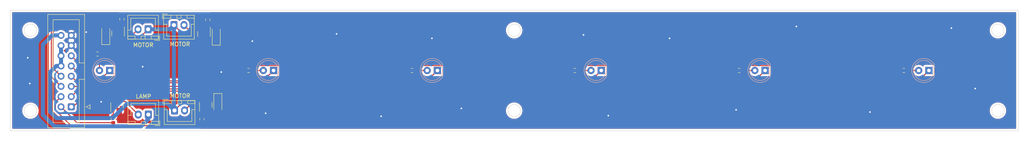
<source format=kicad_pcb>
(kicad_pcb (version 20221018) (generator pcbnew)
  (layers (0 "F.Cu" signal) (31 "B.Cu" signal) (34 "B.Paste" user) (35 "F.Paste" user) (36 "B.SilkS" user "B.Silkscreen") (37 "F.SilkS" user "F.Silkscreen") (38 "B.Mask" user) (39 "F.Mask" user) (44 "Edge.Cuts" user))
  (net 0 "")
  (net 1 "+5V")
  (net 2 "GND")
  (net 3 "Net-(D1-A)")
  (net 4 "Net-(D2-A)")
  (net 5 "Net-(D3-A)")
  (net 6 "Net-(D4-A)")
  (net 7 "Net-(D5-A)")
  (net 8 "Net-(D6-A)")
  (net 9 "Net-(D7-A)")
  (net 10 "Net-(D8-A)")
  (net 11 "Net-(D9-A)")
  (net 12 "+12V")
  (net 13 "Net-(J4-Pin_2)")
  (net 14 "D1")
  (net 15 "LAMP")
  (net 16 "D2")
  (net 17 "M1")
  (net 18 "D3")
  (net 19 "M2")
  (net 20 "D4")
  (net 21 "M3")
  (net 22 "D5")
  (net 23 "D6")
  (net 24 "Net-(Q1-G)")
  (net 25 "Net-(Q2-G)")
  (net 26 "Net-(Q3-G)")
  (net 27 "Net-(Q4-G)")
  (footprint "Resistor_SMD:R_0603_1608Metric" (layer "F.Cu") (at 221.65 15)
    (fp_text reference "R1" hide)
    (fp_text value "1k")
    (fp_line (start -0.237258 -0.5225) (end 0.237258 -0.5225) (stroke (width 0.12)) (layer "F.SilkS"))
    (fp_line (start -0.237258 0.5225) (end 0.237258 0.5225) (stroke (width 0.12)) (layer "F.SilkS"))
    (pad "1" smd roundrect (at -0.825 0) (size 0.8 0.95) (layers "F.Cu" "F.Paste" "F.Mask") (net 1 "+5V"))
    (pad "2" smd roundrect (at 0.825 0) (size 0.8 0.95) (layers "F.Cu" "F.Paste" "F.Mask") (net 3 "Net-(D1-A)"))
  )
  (footprint "Connector_JST:JST_XH_B2B-XH-A_1x02_P2.50mm_Vertical" (layer "F.Cu") (at 40.75 24.95)
    (fp_text reference "J1" hide)
    (fp_text value "Conn_01x02")
    (fp_line (start -2.85 -2.75) (end -2.85 -1.5) (stroke (width 0.12)) (layer "F.SilkS"))
    (fp_line (start -2.56 -2.46) (end -2.56 3.51) (stroke (width 0.12)) (layer "F.SilkS"))
    (fp_line (start -2.56 3.51) (end 5.06 3.51) (stroke (width 0.12)) (layer "F.SilkS"))
    (fp_line (start -2.55 -2.45) (end -2.55 -1.7) (stroke (width 0.12)) (layer "F.SilkS"))
    (fp_line (start -2.55 -1.7) (end -0.75 -1.7) (stroke (width 0.12)) (layer "F.SilkS"))
    (fp_line (start -2.55 -0.2) (end -1.8 -0.2) (stroke (width 0.12)) (layer "F.SilkS"))
    (fp_line (start -1.8 -0.2) (end -1.8 2.75) (stroke (width 0.12)) (layer "F.SilkS"))
    (fp_line (start -1.8 2.75) (end 1.25 2.75) (stroke (width 0.12)) (layer "F.SilkS"))
    (fp_line (start -1.6 -2.75) (end -2.85 -2.75) (stroke (width 0.12)) (layer "F.SilkS"))
    (fp_line (start -0.75 -2.45) (end -2.55 -2.45) (stroke (width 0.12)) (layer "F.SilkS"))
    (fp_line (start -0.75 -1.7) (end -0.75 -2.45) (stroke (width 0.12)) (layer "F.SilkS"))
    (fp_line (start 0.75 -2.45) (end 0.75 -1.7) (stroke (width 0.12)) (layer "F.SilkS"))
    (fp_line (start 0.75 -1.7) (end 1.75 -1.7) (stroke (width 0.12)) (layer "F.SilkS"))
    (fp_line (start 1.75 -2.45) (end 0.75 -2.45) (stroke (width 0.12)) (layer "F.SilkS"))
    (fp_line (start 1.75 -1.7) (end 1.75 -2.45) (stroke (width 0.12)) (layer "F.SilkS"))
    (fp_line (start 3.25 -2.45) (end 3.25 -1.7) (stroke (width 0.12)) (layer "F.SilkS"))
    (fp_line (start 3.25 -1.7) (end 5.05 -1.7) (stroke (width 0.12)) (layer "F.SilkS"))
    (fp_line (start 4.3 -0.2) (end 4.3 2.75) (stroke (width 0.12)) (layer "F.SilkS"))
    (fp_line (start 4.3 2.75) (end 1.25 2.75) (stroke (width 0.12)) (layer "F.SilkS"))
    (fp_line (start 5.05 -2.45) (end 3.25 -2.45) (stroke (width 0.12)) (layer "F.SilkS"))
    (fp_line (start 5.05 -1.7) (end 5.05 -2.45) (stroke (width 0.12)) (layer "F.SilkS"))
    (fp_line (start 5.05 -0.2) (end 4.3 -0.2) (stroke (width 0.12)) (layer "F.SilkS"))
    (fp_line (start 5.06 -2.46) (end -2.56 -2.46) (stroke (width 0.12)) (layer "F.SilkS"))
    (fp_line (start 5.06 3.51) (end 5.06 -2.46) (stroke (width 0.12)) (layer "F.SilkS"))
    (pad "1" thru_hole roundrect (at 0 0) (size 1.7 2) (drill 1) (layers "*.Cu" "*.Mask") (roundrect_rratio 0.1470588235) (net 1 "+5V"))
    (pad "2" thru_hole oval (at 2.5 0) (size 1.7 2) (drill 1) (layers "*.Cu" "*.Mask") (net 9 "Net-(D7-A)"))
  )
  (footprint "Package_TO_SOT_SMD:SOT-23" (layer "F.Cu") (at 48.05 5.9 -90)
    (fp_text reference "Q3" hide)
    (fp_text value "2N7002")
    (fp_line (start 0 -1.56) (end -1.675 -1.56) (stroke (width 0.12)) (layer "F.SilkS"))
    (fp_line (start 0 -1.56) (end 0.65 -1.56) (stroke (width 0.12)) (layer "F.SilkS"))
    (fp_line (start 0 1.56) (end -0.65 1.56) (stroke (width 0.12)) (layer "F.SilkS"))
    (fp_line (start 0 1.56) (end 0.65 1.56) (stroke (width 0.12)) (layer "F.SilkS"))
    (pad "1" smd roundrect (at -0.9375 -0.95 270) (size 1.475 0.6) (layers "F.Cu" "F.Paste" "F.Mask") (net 26 "Net-(Q3-G)"))
    (pad "2" smd roundrect (at -0.9375 0.95 270) (size 1.475 0.6) (layers "F.Cu" "F.Paste" "F.Mask") (net 2 "GND"))
    (pad "3" smd roundrect (at 0.9375 0 270) (size 1.475 0.6) (layers "F.Cu" "F.Paste" "F.Mask") (net 11 "Net-(D9-A)"))
  )
  (footprint "Diode_SMD:D_SOD-123" (layer "F.Cu") (at 51.1 6.35 90)
    (fp_text reference "D9" hide)
    (fp_text value "1N4148W")
    (fp_line (start -2.36 -1) (end -2.36 1) (stroke (width 0.12)) (layer "F.SilkS"))
    (fp_line (start -2.36 -1) (end 1.65 -1) (stroke (width 0.12)) (layer "F.SilkS"))
    (fp_line (start -2.36 1) (end 1.65 1) (stroke (width 0.12)) (layer "F.SilkS"))
    (pad "1" smd roundrect (at -1.65 0 90) (size 0.9 1.2) (layers "F.Cu" "F.Paste" "F.Mask") (net 1 "+5V"))
    (pad "2" smd roundrect (at 1.65 0 90) (size 0.9 1.2) (layers "F.Cu" "F.Paste" "F.Mask") (net 11 "Net-(D9-A)"))
  )
  (footprint "Package_TO_SOT_SMD:SOT-23" (layer "F.Cu") (at 26.75 5.8 -90)
    (fp_text reference "Q2" hide)
    (fp_text value "2N7002")
    (fp_line (start 0 -1.56) (end -1.675 -1.56) (stroke (width 0.12)) (layer "F.SilkS"))
    (fp_line (start 0 -1.56) (end 0.65 -1.56) (stroke (width 0.12)) (layer "F.SilkS"))
    (fp_line (start 0 1.56) (end -0.65 1.56) (stroke (width 0.12)) (layer "F.SilkS"))
    (fp_line (start 0 1.56) (end 0.65 1.56) (stroke (width 0.12)) (layer "F.SilkS"))
    (pad "1" smd roundrect (at -0.9375 -0.95 270) (size 1.475 0.6) (layers "F.Cu" "F.Paste" "F.Mask") (net 25 "Net-(Q2-G)"))
    (pad "2" smd roundrect (at -0.9375 0.95 270) (size 1.475 0.6) (layers "F.Cu" "F.Paste" "F.Mask") (net 2 "GND"))
    (pad "3" smd roundrect (at 0.9375 0 270) (size 1.475 0.6) (layers "F.Cu" "F.Paste" "F.Mask") (net 10 "Net-(D8-A)"))
  )
  (footprint "Resistor_SMD:R_0603_1608Metric" (layer "F.Cu") (at 25.55 27.1625 90)
    (fp_text reference "R10" hide)
    (fp_text value "100")
    (fp_line (start -0.237258 -0.5225) (end 0.237258 -0.5225) (stroke (width 0.12)) (layer "F.SilkS"))
    (fp_line (start -0.237258 0.5225) (end 0.237258 0.5225) (stroke (width 0.12)) (layer "F.SilkS"))
    (pad "1" smd roundrect (at -0.825 0 90) (size 0.8 0.95) (layers "F.Cu" "F.Paste" "F.Mask") (net 15 "LAMP"))
    (pad "2" smd roundrect (at 0.825 0 90) (size 0.8 0.95) (layers "F.Cu" "F.Paste" "F.Mask") (net 27 "Net-(Q4-G)"))
  )
  (footprint "Resistor_SMD:R_0603_1608Metric" (layer "F.Cu") (at 27.7 2.2375 -90)
    (fp_text reference "R8" hide)
    (fp_text value "100")
    (fp_line (start -0.237258 -0.5225) (end 0.237258 -0.5225) (stroke (width 0.12)) (layer "F.SilkS"))
    (fp_line (start -0.237258 0.5225) (end 0.237258 0.5225) (stroke (width 0.12)) (layer "F.SilkS"))
    (pad "1" smd roundrect (at -0.825 0 270) (size 0.8 0.95) (layers "F.Cu" "F.Paste" "F.Mask") (net 19 "M2"))
    (pad "2" smd roundrect (at 0.825 0 270) (size 0.8 0.95) (layers "F.Cu" "F.Paste" "F.Mask") (net 25 "Net-(Q2-G)"))
  )
  (footprint "Resistor_SMD:R_0603_1608Metric" (layer "F.Cu") (at 21.65 10.9)
    (fp_text reference "R6" hide)
    (fp_text value "1k")
    (fp_line (start -0.237258 -0.5225) (end 0.237258 -0.5225) (stroke (width 0.12)) (layer "F.SilkS"))
    (fp_line (start -0.237258 0.5225) (end 0.237258 0.5225) (stroke (width 0.12)) (layer "F.SilkS"))
    (pad "1" smd roundrect (at -0.825 0) (size 0.8 0.95) (layers "F.Cu" "F.Paste" "F.Mask") (net 1 "+5V"))
    (pad "2" smd roundrect (at 0.825 0) (size 0.8 0.95) (layers "F.Cu" "F.Paste" "F.Mask") (net 8 "Net-(D6-A)"))
  )
  (footprint "Connector_JST:JST_XH_B2B-XH-A_1x02_P2.50mm_Vertical" (layer "F.Cu") (at 34.25 25.975 180)
    (fp_text reference "J4" hide)
    (fp_text value "Conn_01x02")
    (fp_line (start -2.85 -2.75) (end -2.85 -1.5) (stroke (width 0.12)) (layer "F.SilkS"))
    (fp_line (start -2.56 -2.46) (end -2.56 3.51) (stroke (width 0.12)) (layer "F.SilkS"))
    (fp_line (start -2.56 3.51) (end 5.06 3.51) (stroke (width 0.12)) (layer "F.SilkS"))
    (fp_line (start -2.55 -2.45) (end -2.55 -1.7) (stroke (width 0.12)) (layer "F.SilkS"))
    (fp_line (start -2.55 -1.7) (end -0.75 -1.7) (stroke (width 0.12)) (layer "F.SilkS"))
    (fp_line (start -2.55 -0.2) (end -1.8 -0.2) (stroke (width 0.12)) (layer "F.SilkS"))
    (fp_line (start -1.8 -0.2) (end -1.8 2.75) (stroke (width 0.12)) (layer "F.SilkS"))
    (fp_line (start -1.8 2.75) (end 1.25 2.75) (stroke (width 0.12)) (layer "F.SilkS"))
    (fp_line (start -1.6 -2.75) (end -2.85 -2.75) (stroke (width 0.12)) (layer "F.SilkS"))
    (fp_line (start -0.75 -2.45) (end -2.55 -2.45) (stroke (width 0.12)) (layer "F.SilkS"))
    (fp_line (start -0.75 -1.7) (end -0.75 -2.45) (stroke (width 0.12)) (layer "F.SilkS"))
    (fp_line (start 0.75 -2.45) (end 0.75 -1.7) (stroke (width 0.12)) (layer "F.SilkS"))
    (fp_line (start 0.75 -1.7) (end 1.75 -1.7) (stroke (width 0.12)) (layer "F.SilkS"))
    (fp_line (start 1.75 -2.45) (end 0.75 -2.45) (stroke (width 0.12)) (layer "F.SilkS"))
    (fp_line (start 1.75 -1.7) (end 1.75 -2.45) (stroke (width 0.12)) (layer "F.SilkS"))
    (fp_line (start 3.25 -2.45) (end 3.25 -1.7) (stroke (width 0.12)) (layer "F.SilkS"))
    (fp_line (start 3.25 -1.7) (end 5.05 -1.7) (stroke (width 0.12)) (layer "F.SilkS"))
    (fp_line (start 4.3 -0.2) (end 4.3 2.75) (stroke (width 0.12)) (layer "F.SilkS"))
    (fp_line (start 4.3 2.75) (end 1.25 2.75) (stroke (width 0.12)) (layer "F.SilkS"))
    (fp_line (start 5.05 -2.45) (end 3.25 -2.45) (stroke (width 0.12)) (layer "F.SilkS"))
    (fp_line (start 5.05 -1.7) (end 5.05 -2.45) (stroke (width 0.12)) (layer "F.SilkS"))
    (fp_line (start 5.05 -0.2) (end 4.3 -0.2) (stroke (width 0.12)) (layer "F.SilkS"))
    (fp_line (start 5.06 -2.46) (end -2.56 -2.46) (stroke (width 0.12)) (layer "F.SilkS"))
    (fp_line (start 5.06 3.51) (end 5.06 -2.46) (stroke (width 0.12)) (layer "F.SilkS"))
    (pad "1" thru_hole roundrect (at 0 0 180) (size 1.7 2) (drill 1) (layers "*.Cu" "*.Mask") (roundrect_rratio 0.1470588235) (net 12 "+12V"))
    (pad "2" thru_hole oval (at 2.5 0 180) (size 1.7 2) (drill 1) (layers "*.Cu" "*.Mask") (net 13 "Net-(J4-Pin_2)"))
  )
  (footprint "Package_TO_SOT_SMD:SOT-23" (layer "F.Cu") (at 48.5 23.55 90)
    (fp_text reference "Q1" hide)
    (fp_text value "2N7002")
    (fp_line (start 0 -1.56) (end -1.675 -1.56) (stroke (width 0.12)) (layer "F.SilkS"))
    (fp_line (start 0 -1.56) (end 0.65 -1.56) (stroke (width 0.12)) (layer "F.SilkS"))
    (fp_line (start 0 1.56) (end -0.65 1.56) (stroke (width 0.12)) (layer "F.SilkS"))
    (fp_line (start 0 1.56) (end 0.65 1.56) (stroke (width 0.12)) (layer "F.SilkS"))
    (pad "1" smd roundrect (at -0.9375 -0.95 90) (size 1.475 0.6) (layers "F.Cu" "F.Paste" "F.Mask") (net 24 "Net-(Q1-G)"))
    (pad "2" smd roundrect (at -0.9375 0.95 90) (size 1.475 0.6) (layers "F.Cu" "F.Paste" "F.Mask") (net 2 "GND"))
    (pad "3" smd roundrect (at 0.9375 0 90) (size 1.475 0.6) (layers "F.Cu" "F.Paste" "F.Mask") (net 9 "Net-(D7-A)"))
  )
  (footprint "Connector_IDC:IDC-Header_2x08_P2.54mm_Vertical" (layer "F.Cu") (at 15.14 24.05 180)
    (fp_text reference "J5" hide)
    (fp_text value "HEAD_LEDS")
    (fp_line (start -4.68 -0.5) (end -4.68 0.5) (stroke (width 0.12)) (layer "F.SilkS"))
    (fp_line (start -4.68 0.5) (end -3.68 0) (stroke (width 0.12)) (layer "F.SilkS"))
    (fp_line (start -3.68 0) (end -4.68 -0.5) (stroke (width 0.12)) (layer "F.SilkS"))
    (fp_line (start -3.29 -5.21) (end 5.83 -5.21) (stroke (width 0.12)) (layer "F.SilkS"))
    (fp_line (start -3.29 6.84) (end -1.98 6.84) (stroke (width 0.12)) (layer "F.SilkS"))
    (fp_line (start -3.29 22.99) (end -3.29 -5.21) (stroke (width 0.12)) (layer "F.SilkS"))
    (fp_line (start -1.98 -3.91) (end 4.52 -3.91) (stroke (width 0.12)) (layer "F.SilkS"))
    (fp_line (start -1.98 6.84) (end -1.98 -3.91) (stroke (width 0.12)) (layer "F.SilkS"))
    (fp_line (start -1.98 10.94) (end -3.29 10.94) (stroke (width 0.12)) (layer "F.SilkS"))
    (fp_line (start -1.98 10.94) (end -1.98 10.94) (stroke (width 0.12)) (layer "F.SilkS"))
    (fp_line (start -1.98 21.69) (end -1.98 10.94) (stroke (width 0.12)) (layer "F.SilkS"))
    (fp_line (start 4.52 -3.91) (end 4.52 21.69) (stroke (width 0.12)) (layer "F.SilkS"))
    (fp_line (start 4.52 21.69) (end -1.98 21.69) (stroke (width 0.12)) (layer "F.SilkS"))
    (fp_line (start 5.83 -5.21) (end 5.83 22.99) (stroke (width 0.12)) (layer "F.SilkS"))
    (fp_line (start 5.83 22.99) (end -3.29 22.99) (stroke (width 0.12)) (layer "F.SilkS"))
    (pad "1" thru_hole roundrect (at 0 0 180) (size 1.7 1.7) (drill 1) (layers "*.Cu" "*.Mask") (roundrect_rratio 0.1470588235) (net 14 "D1"))
    (pad "2" thru_hole circle (at 2.54 0 180) (size 1.7 1.7) (drill 1) (layers "*.Cu" "*.Mask") (net 15 "LAMP"))
    (pad "3" thru_hole circle (at 0 2.54 180) (size 1.7 1.7) (drill 1) (layers "*.Cu" "*.Mask") (net 16 "D2"))
    (pad "4" thru_hole circle (at 2.54 2.54 180) (size 1.7 1.7) (drill 1) (layers "*.Cu" "*.Mask") (net 17 "M1"))
    (pad "5" thru_hole circle (at 0 5.08 180) (size 1.7 1.7) (drill 1) (layers "*.Cu" "*.Mask") (net 18 "D3"))
    (pad "6" thru_hole circle (at 2.54 5.08 180) (size 1.7 1.7) (drill 1) (layers "*.Cu" "*.Mask") (net 19 "M2"))
    (pad "7" thru_hole circle (at 0 7.62 180) (size 1.7 1.7) (drill 1) (layers "*.Cu" "*.Mask") (net 20 "D4"))
    (pad "8" thru_hole circle (at 2.54 7.62 180) (size 1.7 1.7) (drill 1) (layers "*.Cu" "*.Mask") (net 21 "M3"))
    (pad "9" thru_hole circle (at 0 10.16 180) (size 1.7 1.7) (drill 1) (layers "*.Cu" "*.Mask") (net 22 "D5"))
    (pad "10" thru_hole circle (at 2.54 10.16 180) (size 1.7 1.7) (drill 1) (layers "*.Cu" "*.Mask") (net 1 "+5V"))
    (pad "11" thru_hole circle (at 0 12.7 180) (size 1.7 1.7) (drill 1) (layers "*.Cu" "*.Mask") (net 23 "D6"))
    (pad "12" thru_hole circle (at 2.54 12.7 180) (size 1.7 1.7) (drill 1) (layers "*.Cu" "*.Mask") (net 1 "+5V"))
    (pad "13" thru_hole circle (at 0 15.24 180) (size 1.7 1.7) (drill 1) (layers "*.Cu" "*.Mask") (net 2 "GND"))
    (pad "14" thru_hole circle (at 2.54 15.24 180) (size 1.7 1.7) (drill 1) (layers "*.Cu" "*.Mask") (net 1 "+5V"))
    (pad "15" thru_hole circle (at 0 17.78 180) (size 1.7 1.7) (drill 1) (layers "*.Cu" "*.Mask") (net 2 "GND"))
    (pad "16" thru_hole circle (at 2.54 17.78 180) (size 1.7 1.7) (drill 1) (layers "*.Cu" "*.Mask") (net 12 "+12V"))
  )
  (footprint "Resistor_SMD:R_0603_1608Metric" (layer "F.Cu") (at 47.55 27.1125 90)
    (fp_text reference "R7" hide)
    (fp_text value "100")
    (fp_line (start -0.237258 -0.5225) (end 0.237258 -0.5225) (stroke (width 0.12)) (layer "F.SilkS"))
    (fp_line (start -0.237258 0.5225) (end 0.237258 0.5225) (stroke (width 0.12)) (layer "F.SilkS"))
    (pad "1" smd roundrect (at -0.825 0 90) (size 0.8 0.95) (layers "F.Cu" "F.Paste" "F.Mask") (net 17 "M1"))
    (pad "2" smd roundrect (at 0.825 0 90) (size 0.8 0.95) (layers "F.Cu" "F.Paste" "F.Mask") (net 24 "Net-(Q1-G)"))
  )
  (footprint "Connector_JST:JST_XH_B2B-XH-A_1x02_P2.50mm_Vertical" (layer "F.Cu") (at 34.2 4.75 180)
    (fp_text reference "J2" hide)
    (fp_text value "Conn_01x02")
    (fp_line (start -2.85 -2.75) (end -2.85 -1.5) (stroke (width 0.12)) (layer "F.SilkS"))
    (fp_line (start -2.56 -2.46) (end -2.56 3.51) (stroke (width 0.12)) (layer "F.SilkS"))
    (fp_line (start -2.56 3.51) (end 5.06 3.51) (stroke (width 0.12)) (layer "F.SilkS"))
    (fp_line (start -2.55 -2.45) (end -2.55 -1.7) (stroke (width 0.12)) (layer "F.SilkS"))
    (fp_line (start -2.55 -1.7) (end -0.75 -1.7) (stroke (width 0.12)) (layer "F.SilkS"))
    (fp_line (start -2.55 -0.2) (end -1.8 -0.2) (stroke (width 0.12)) (layer "F.SilkS"))
    (fp_line (start -1.8 -0.2) (end -1.8 2.75) (stroke (width 0.12)) (layer "F.SilkS"))
    (fp_line (start -1.8 2.75) (end 1.25 2.75) (stroke (width 0.12)) (layer "F.SilkS"))
    (fp_line (start -1.6 -2.75) (end -2.85 -2.75) (stroke (width 0.12)) (layer "F.SilkS"))
    (fp_line (start -0.75 -2.45) (end -2.55 -2.45) (stroke (width 0.12)) (layer "F.SilkS"))
    (fp_line (start -0.75 -1.7) (end -0.75 -2.45) (stroke (width 0.12)) (layer "F.SilkS"))
    (fp_line (start 0.75 -2.45) (end 0.75 -1.7) (stroke (width 0.12)) (layer "F.SilkS"))
    (fp_line (start 0.75 -1.7) (end 1.75 -1.7) (stroke (width 0.12)) (layer "F.SilkS"))
    (fp_line (start 1.75 -2.45) (end 0.75 -2.45) (stroke (width 0.12)) (layer "F.SilkS"))
    (fp_line (start 1.75 -1.7) (end 1.75 -2.45) (stroke (width 0.12)) (layer "F.SilkS"))
    (fp_line (start 3.25 -2.45) (end 3.25 -1.7) (stroke (width 0.12)) (layer "F.SilkS"))
    (fp_line (start 3.25 -1.7) (end 5.05 -1.7) (stroke (width 0.12)) (layer "F.SilkS"))
    (fp_line (start 4.3 -0.2) (end 4.3 2.75) (stroke (width 0.12)) (layer "F.SilkS"))
    (fp_line (start 4.3 2.75) (end 1.25 2.75) (stroke (width 0.12)) (layer "F.SilkS"))
    (fp_line (start 5.05 -2.45) (end 3.25 -2.45) (stroke (width 0.12)) (layer "F.SilkS"))
    (fp_line (start 5.05 -1.7) (end 5.05 -2.45) (stroke (width 0.12)) (layer "F.SilkS"))
    (fp_line (start 5.05 -0.2) (end 4.3 -0.2) (stroke (width 0.12)) (layer "F.SilkS"))
    (fp_line (start 5.06 -2.46) (end -2.56 -2.46) (stroke (width 0.12)) (layer "F.SilkS"))
    (fp_line (start 5.06 3.51) (end 5.06 -2.46) (stroke (width 0.12)) (layer "F.SilkS"))
    (pad "1" thru_hole roundrect (at 0 0 180) (size 1.7 2) (drill 1) (layers "*.Cu" "*.Mask") (roundrect_rratio 0.1470588235) (net 1 "+5V"))
    (pad "2" thru_hole oval (at 2.5 0 180) (size 1.7 2) (drill 1) (layers "*.Cu" "*.Mask") (net 10 "Net-(D8-A)"))
  )
  (footprint "Diode_SMD:D_SOD-123" (layer "F.Cu") (at 23.7 6.2 90)
    (fp_text reference "D8" hide)
    (fp_text value "1N4148W")
    (fp_line (start -2.36 -1) (end -2.36 1) (stroke (width 0.12)) (layer "F.SilkS"))
    (fp_line (start -2.36 -1) (end 1.65 -1) (stroke (width 0.12)) (layer "F.SilkS"))
    (fp_line (start -2.36 1) (end 1.65 1) (stroke (width 0.12)) (layer "F.SilkS"))
    (pad "1" smd roundrect (at -1.65 0 90) (size 0.9 1.2) (layers "F.Cu" "F.Paste" "F.Mask") (net 1 "+5V"))
    (pad "2" smd roundrect (at 1.65 0 90) (size 0.9 1.2) (layers "F.Cu" "F.Paste" "F.Mask") (net 10 "Net-(D8-A)"))
  )
  (footprint "Resistor_SMD:R_0603_1608Metric" (layer "F.Cu") (at 140.05 15)
    (fp_text reference "R3" hide)
    (fp_text value "1k")
    (fp_line (start -0.237258 -0.5225) (end 0.237258 -0.5225) (stroke (width 0.12)) (layer "F.SilkS"))
    (fp_line (start -0.237258 0.5225) (end 0.237258 0.5225) (stroke (width 0.12)) (layer "F.SilkS"))
    (pad "1" smd roundrect (at -0.825 0) (size 0.8 0.95) (layers "F.Cu" "F.Paste" "F.Mask") (net 1 "+5V"))
    (pad "2" smd roundrect (at 0.825 0) (size 0.8 0.95) (layers "F.Cu" "F.Paste" "F.Mask") (net 5 "Net-(D3-A)"))
  )
  (footprint "Package_TO_SOT_SMD:SOT-23" (layer "F.Cu") (at 26.5 23.65 90)
    (fp_text reference "Q4" hide)
    (fp_text value "2N7002")
    (fp_line (start 0 -1.56) (end -1.675 -1.56) (stroke (width 0.12)) (layer "F.SilkS"))
    (fp_line (start 0 -1.56) (end 0.65 -1.56) (stroke (width 0.12)) (layer "F.SilkS"))
    (fp_line (start 0 1.56) (end -0.65 1.56) (stroke (width 0.12)) (layer "F.SilkS"))
    (fp_line (start 0 1.56) (end 0.65 1.56) (stroke (width 0.12)) (layer "F.SilkS"))
    (pad "1" smd roundrect (at -0.9375 -0.95 90) (size 1.475 0.6) (layers "F.Cu" "F.Paste" "F.Mask") (net 27 "Net-(Q4-G)"))
    (pad "2" smd roundrect (at -0.9375 0.95 90) (size 1.475 0.6) (layers "F.Cu" "F.Paste" "F.Mask") (net 2 "GND"))
    (pad "3" smd roundrect (at 0.9375 0 90) (size 1.475 0.6) (layers "F.Cu" "F.Paste" "F.Mask") (net 13 "Net-(J4-Pin_2)"))
  )
  (footprint "Resistor_SMD:R_0603_1608Metric" (layer "F.Cu") (at 99.65 15)
    (fp_text reference "R4" hide)
    (fp_text value "1k")
    (fp_line (start -0.237258 -0.5225) (end 0.237258 -0.5225) (stroke (width 0.12)) (layer "F.SilkS"))
    (fp_line (start -0.237258 0.5225) (end 0.237258 0.5225) (stroke (width 0.12)) (layer "F.SilkS"))
    (pad "1" smd roundrect (at -0.825 0) (size 0.8 0.95) (layers "F.Cu" "F.Paste" "F.Mask") (net 1 "+5V"))
    (pad "2" smd roundrect (at 0.825 0) (size 0.8 0.95) (layers "F.Cu" "F.Paste" "F.Mask") (net 6 "Net-(D4-A)"))
  )
  (footprint "Resistor_SMD:R_0603_1608Metric" (layer "F.Cu") (at 180.825 15)
    (fp_text reference "R2" hide)
    (fp_text value "1k")
    (fp_line (start -0.237258 -0.5225) (end 0.237258 -0.5225) (stroke (width 0.12)) (layer "F.SilkS"))
    (fp_line (start -0.237258 0.5225) (end 0.237258 0.5225) (stroke (width 0.12)) (layer "F.SilkS"))
    (pad "1" smd roundrect (at -0.825 0) (size 0.8 0.95) (layers "F.Cu" "F.Paste" "F.Mask") (net 1 "+5V"))
    (pad "2" smd roundrect (at 0.825 0) (size 0.8 0.95) (layers "F.Cu" "F.Paste" "F.Mask") (net 4 "Net-(D2-A)"))
  )
  (footprint "Resistor_SMD:R_0603_1608Metric" (layer "F.Cu") (at 59.1 15)
    (fp_text reference "R5" hide)
    (fp_text value "1k")
    (fp_line (start -0.237258 -0.5225) (end 0.237258 -0.5225) (stroke (width 0.12)) (layer "F.SilkS"))
    (fp_line (start -0.237258 0.5225) (end 0.237258 0.5225) (stroke (width 0.12)) (layer "F.SilkS"))
    (pad "1" smd roundrect (at -0.825 0) (size 0.8 0.95) (layers "F.Cu" "F.Paste" "F.Mask") (net 1 "+5V"))
    (pad "2" smd roundrect (at 0.825 0) (size 0.8 0.95) (layers "F.Cu" "F.Paste" "F.Mask") (net 7 "Net-(D5-A)"))
  )
  (footprint "Diode_SMD:D_SOD-123" (layer "F.Cu") (at 51.5 23.1 -90)
    (fp_text reference "D7" hide)
    (fp_text value "1N4148W")
    (fp_line (start -2.36 -1) (end -2.36 1) (stroke (width 0.12)) (layer "F.SilkS"))
    (fp_line (start -2.36 -1) (end 1.65 -1) (stroke (width 0.12)) (layer "F.SilkS"))
    (fp_line (start -2.36 1) (end 1.65 1) (stroke (width 0.12)) (layer "F.SilkS"))
    (pad "1" smd roundrect (at -1.65 0 270) (size 0.9 1.2) (layers "F.Cu" "F.Paste" "F.Mask") (net 1 "+5V"))
    (pad "2" smd roundrect (at 1.65 0 270) (size 0.9 1.2) (layers "F.Cu" "F.Paste" "F.Mask") (net 9 "Net-(D7-A)"))
  )
  (footprint "Resistor_SMD:R_0603_1608Metric" (layer "F.Cu") (at 49 2.3625 -90)
    (fp_text reference "R9" hide)
    (fp_text value "100")
    (fp_line (start -0.237258 -0.5225) (end 0.237258 -0.5225) (stroke (width 0.12)) (layer "F.SilkS"))
    (fp_line (start -0.237258 0.5225) (end 0.237258 0.5225) (stroke (width 0.12)) (layer "F.SilkS"))
    (pad "1" smd roundrect (at -0.825 0 270) (size 0.8 0.95) (layers "F.Cu" "F.Paste" "F.Mask") (net 21 "M3"))
    (pad "2" smd roundrect (at 0.825 0 270) (size 0.8 0.95) (layers "F.Cu" "F.Paste" "F.Mask") (net 26 "Net-(Q3-G)"))
  )
  (footprint "Connector_JST:JST_XH_B2B-XH-A_1x02_P2.50mm_Vertical" (layer "F.Cu") (at 40.6 3.7)
    (fp_text reference "J3" hide)
    (fp_text value "Conn_01x02")
    (fp_line (start -2.85 -2.75) (end -2.85 -1.5) (stroke (width 0.12)) (layer "F.SilkS"))
    (fp_line (start -2.56 -2.46) (end -2.56 3.51) (stroke (width 0.12)) (layer "F.SilkS"))
    (fp_line (start -2.56 3.51) (end 5.06 3.51) (stroke (width 0.12)) (layer "F.SilkS"))
    (fp_line (start -2.55 -2.45) (end -2.55 -1.7) (stroke (width 0.12)) (layer "F.SilkS"))
    (fp_line (start -2.55 -1.7) (end -0.75 -1.7) (stroke (width 0.12)) (layer "F.SilkS"))
    (fp_line (start -2.55 -0.2) (end -1.8 -0.2) (stroke (width 0.12)) (layer "F.SilkS"))
    (fp_line (start -1.8 -0.2) (end -1.8 2.75) (stroke (width 0.12)) (layer "F.SilkS"))
    (fp_line (start -1.8 2.75) (end 1.25 2.75) (stroke (width 0.12)) (layer "F.SilkS"))
    (fp_line (start -1.6 -2.75) (end -2.85 -2.75) (stroke (width 0.12)) (layer "F.SilkS"))
    (fp_line (start -0.75 -2.45) (end -2.55 -2.45) (stroke (width 0.12)) (layer "F.SilkS"))
    (fp_line (start -0.75 -1.7) (end -0.75 -2.45) (stroke (width 0.12)) (layer "F.SilkS"))
    (fp_line (start 0.75 -2.45) (end 0.75 -1.7) (stroke (width 0.12)) (layer "F.SilkS"))
    (fp_line (start 0.75 -1.7) (end 1.75 -1.7) (stroke (width 0.12)) (layer "F.SilkS"))
    (fp_line (start 1.75 -2.45) (end 0.75 -2.45) (stroke (width 0.12)) (layer "F.SilkS"))
    (fp_line (start 1.75 -1.7) (end 1.75 -2.45) (stroke (width 0.12)) (layer "F.SilkS"))
    (fp_line (start 3.25 -2.45) (end 3.25 -1.7) (stroke (width 0.12)) (layer "F.SilkS"))
    (fp_line (start 3.25 -1.7) (end 5.05 -1.7) (stroke (width 0.12)) (layer "F.SilkS"))
    (fp_line (start 4.3 -0.2) (end 4.3 2.75) (stroke (width 0.12)) (layer "F.SilkS"))
    (fp_line (start 4.3 2.75) (end 1.25 2.75) (stroke (width 0.12)) (layer "F.SilkS"))
    (fp_line (start 5.05 -2.45) (end 3.25 -2.45) (stroke (width 0.12)) (layer "F.SilkS"))
    (fp_line (start 5.05 -1.7) (end 5.05 -2.45) (stroke (width 0.12)) (layer "F.SilkS"))
    (fp_line (start 5.05 -0.2) (end 4.3 -0.2) (stroke (width 0.12)) (layer "F.SilkS"))
    (fp_line (start 5.06 -2.46) (end -2.56 -2.46) (stroke (width 0.12)) (layer "F.SilkS"))
    (fp_line (start 5.06 3.51) (end 5.06 -2.46) (stroke (width 0.12)) (layer "F.SilkS"))
    (pad "1" thru_hole roundrect (at 0 0) (size 1.7 2) (drill 1) (layers "*.Cu" "*.Mask") (roundrect_rratio 0.1470588235) (net 1 "+5V"))
    (pad "2" thru_hole oval (at 2.5 0) (size 1.7 2) (drill 1) (layers "*.Cu" "*.Mask") (net 11 "Net-(D9-A)"))
  )
  (footprint "LED_THT:LED_D5.0mm_Clear" (layer "B.Cu") (at 65.315 15 180)
    (fp_text reference "D5" hide)
    (fp_text value "LED")
    (fp_line (start -1.29 1.545) (end -1.29 -1.545) (stroke (width 0.12)) (layer "B.SilkS"))
    (fp_arc (start -1.29 -1.54483) (mid 2.072002 -2.880433) (end 4.26 0.000462) (stroke (width 0.12)) (layer "B.SilkS"))
    (fp_arc (start 4.26 -0.000462) (mid 2.072002 2.880433) (end -1.29 1.54483) (stroke (width 0.12)) (layer "B.SilkS"))
    (fp_circle (center 1.27 0) (end 3.77 0) (stroke (width 0.12)) (fill none) (layer "B.SilkS"))
    (pad "1" thru_hole rect (at 0 0 180) (size 1.8 1.8) (drill 0.9) (layers "*.Cu" "*.Mask") (net 22 "D5"))
    (pad "2" thru_hole circle (at 2.54 0 180) (size 1.8 1.8) (drill 0.9) (layers "*.Cu" "*.Mask") (net 7 "Net-(D5-A)"))
  )
  (footprint "LED_THT:LED_D5.0mm_Clear" (layer "B.Cu") (at 24.675 15 180)
    (fp_text reference "D6" hide)
    (fp_text value "LED")
    (fp_line (start -1.29 1.545) (end -1.29 -1.545) (stroke (width 0.12)) (layer "B.SilkS"))
    (fp_arc (start -1.29 -1.54483) (mid 2.072002 -2.880433) (end 4.26 0.000462) (stroke (width 0.12)) (layer "B.SilkS"))
    (fp_arc (start 4.26 -0.000462) (mid 2.072002 2.880433) (end -1.29 1.54483) (stroke (width 0.12)) (layer "B.SilkS"))
    (fp_circle (center 1.27 0) (end 3.77 0) (stroke (width 0.12)) (fill none) (layer "B.SilkS"))
    (pad "1" thru_hole rect (at 0 0 180) (size 1.8 1.8) (drill 0.9) (layers "*.Cu" "*.Mask") (net 23 "D6"))
    (pad "2" thru_hole circle (at 2.54 0 180) (size 1.8 1.8) (drill 0.9) (layers "*.Cu" "*.Mask") (net 8 "Net-(D6-A)"))
  )
  (footprint "LED_THT:LED_D5.0mm_Clear" (layer "B.Cu") (at 105.955 15 180)
    (fp_text reference "D4" hide)
    (fp_text value "LED")
    (fp_line (start -1.29 1.545) (end -1.29 -1.545) (stroke (width 0.12)) (layer "B.SilkS"))
    (fp_arc (start -1.29 -1.54483) (mid 2.072002 -2.880433) (end 4.26 0.000462) (stroke (width 0.12)) (layer "B.SilkS"))
    (fp_arc (start 4.26 -0.000462) (mid 2.072002 2.880433) (end -1.29 1.54483) (stroke (width 0.12)) (layer "B.SilkS"))
    (fp_circle (center 1.27 0) (end 3.77 0) (stroke (width 0.12)) (fill none) (layer "B.SilkS"))
    (pad "1" thru_hole rect (at 0 0 180) (size 1.8 1.8) (drill 0.9) (layers "*.Cu" "*.Mask") (net 20 "D4"))
    (pad "2" thru_hole circle (at 2.54 0 180) (size 1.8 1.8) (drill 0.9) (layers "*.Cu" "*.Mask") (net 6 "Net-(D4-A)"))
  )
  (footprint "LED_THT:LED_D5.0mm_Clear" (layer "B.Cu") (at 227.875 15 180)
    (fp_text reference "D1" hide)
    (fp_text value "LED")
    (fp_line (start -1.29 1.545) (end -1.29 -1.545) (stroke (width 0.12)) (layer "B.SilkS"))
    (fp_arc (start -1.29 -1.54483) (mid 2.072002 -2.880433) (end 4.26 0.000462) (stroke (width 0.12)) (layer "B.SilkS"))
    (fp_arc (start 4.26 -0.000462) (mid 2.072002 2.880433) (end -1.29 1.54483) (stroke (width 0.12)) (layer "B.SilkS"))
    (fp_circle (center 1.27 0) (end 3.77 0) (stroke (width 0.12)) (fill none) (layer "B.SilkS"))
    (pad "1" thru_hole rect (at 0 0 180) (size 1.8 1.8) (drill 0.9) (layers "*.Cu" "*.Mask") (net 14 "D1"))
    (pad "2" thru_hole circle (at 2.54 0 180) (size 1.8 1.8) (drill 0.9) (layers "*.Cu" "*.Mask") (net 3 "Net-(D1-A)"))
  )
  (footprint "LED_THT:LED_D5.0mm_Clear" (layer "B.Cu") (at 187.235 15 180)
    (fp_text reference "D2" hide)
    (fp_text value "LED")
    (fp_line (start -1.29 1.545) (end -1.29 -1.545) (stroke (width 0.12)) (layer "B.SilkS"))
    (fp_arc (start -1.29 -1.54483) (mid 2.072002 -2.880433) (end 4.26 0.000462) (stroke (width 0.12)) (layer "B.SilkS"))
    (fp_arc (start 4.26 -0.000462) (mid 2.072002 2.880433) (end -1.29 1.54483) (stroke (width 0.12)) (layer "B.SilkS"))
    (fp_circle (center 1.27 0) (end 3.77 0) (stroke (width 0.12)) (fill none) (layer "B.SilkS"))
    (pad "1" thru_hole rect (at 0 0 180) (size 1.8 1.8) (drill 0.9) (layers "*.Cu" "*.Mask") (net 16 "D2"))
    (pad "2" thru_hole circle (at 2.54 0 180) (size 1.8 1.8) (drill 0.9) (layers "*.Cu" "*.Mask") (net 4 "Net-(D2-A)"))
  )
  (footprint "LED_THT:LED_D5.0mm_Clear" (layer "B.Cu") (at 146.595 15 180)
    (fp_text reference "D3" hide)
    (fp_text value "LED")
    (fp_line (start -1.29 1.545) (end -1.29 -1.545) (stroke (width 0.12)) (layer "B.SilkS"))
    (fp_arc (start -1.29 -1.54483) (mid 2.072002 -2.880433) (end 4.26 0.000462) (stroke (width 0.12)) (layer "B.SilkS"))
    (fp_arc (start 4.26 -0.000462) (mid 2.072002 2.880433) (end -1.29 1.54483) (stroke (width 0.12)) (layer "B.SilkS"))
    (fp_circle (center 1.27 0) (end 3.77 0) (stroke (width 0.12)) (fill none) (layer "B.SilkS"))
    (pad "1" thru_hole rect (at 0 0 180) (size 1.8 1.8) (drill 0.9) (layers "*.Cu" "*.Mask") (net 18 "D3"))
    (pad "2" thru_hole circle (at 2.54 0 180) (size 1.8 1.8) (drill 0.9) (layers "*.Cu" "*.Mask") (net 5 "Net-(D3-A)"))
  )
  (gr_circle (center 245 5) (end 246.55 5) (stroke (width 0.1)) (fill none) (layer "Edge.Cuts"))
  (gr_circle (center 125 5) (end 126.55 5) (stroke (width 0.1)) (fill none) (layer "Edge.Cuts"))
  (gr_rect (start 0 0) (end 250 30) (stroke (width 0.1)) (fill none) (layer "Edge.Cuts"))
  (gr_circle (center 5 5) (end 6.55 5) (stroke (width 0.1)) (fill none) (layer "Edge.Cuts"))
  (gr_circle (center 5 25) (end 6.55 25) (stroke (width 0.1)) (fill none) (layer "Edge.Cuts"))
  (gr_circle (center 245 25) (end 246.55 25) (stroke (width 0.1)) (fill none) (layer "Edge.Cuts"))
  (gr_circle (center 125 25) (end 126.55 25) (stroke (width 0.1)) (fill none) (layer "Edge.Cuts"))
  (gr_text "LAMP" (at 31.05 22.05) (layer "F.SilkS") (effects (font (size 1 1)) (justify left bottom)))
  (gr_text "MOTOR" (at 30.4 9.25) (layer "F.SilkS") (effects (font (size 1 1)) (justify left bottom)))
  (gr_text "MOTOR" (at 39.5 9.05) (layer "F.SilkS") (effects (font (size 1 1)) (justify left bottom)))
  (gr_text "MOTOR" (at 39.55 21.9) (layer "F.SilkS") (effects (font (size 1 1)) (justify left bottom)))
  (segment (start 51.5 21.45) (end 44.25 21.45) (width 0.25) (layer "F.Cu") (net 1))
  (segment (start 219.6 13.775) (end 181.225 13.775) (width 0.25) (layer "F.Cu") (net 1))
  (segment (start 20.825 10.9) (end 20.825 10.725) (width 0.25) (layer "F.Cu") (net 1))
  (segment (start 97.6 13.775) (end 59.5 13.775) (width 0.25) (layer "F.Cu") (net 1))
  (segment (start 20.825 10.725) (end 23.7 7.85) (width 0.25) (layer "F.Cu") (net 1))
  (segment (start 139.225 15) (end 138 13.775) (width 0.25) (layer "F.Cu") (net 1))
  (segment (start 59.5 13.775) (end 58.275 15) (width 0.25) (layer "F.Cu") (net 1))
  (segment (start 178.775 13.775) (end 140.45 13.775) (width 0.25) (layer "F.Cu") (net 1))
  (segment (start 31.1 7.85) (end 34.2 4.75) (width 0.25) (layer "F.Cu") (net 1))
  (segment (start 51.1 8) (end 51.275 8) (width 0.25) (layer "F.Cu") (net 1))
  (segment (start 220.825 15) (end 219.6 13.775) (width 0.25) (layer "F.Cu") (net 1))
  (segment (start 98.825 15) (end 97.6 13.775) (width 0.25) (layer "F.Cu") (net 1))
  (segment (start 23.7 7.85) (end 31.1 7.85) (width 0.25) (layer "F.Cu") (net 1))
  (segment (start 138 13.775) (end 100.05 13.775) (width 0.25) (layer "F.Cu") (net 1))
  (segment (start 140.45 13.775) (end 139.225 15) (width 0.25) (layer "F.Cu") (net 1))
  (segment (start 44.9 8) (end 51.1 8) (width 0.25) (layer "F.Cu") (net 1))
  (segment (start 181.225 13.775) (end 180 15) (width 0.25) (layer "F.Cu") (net 1))
  (segment (start 51.275 8) (end 58.275 15) (width 0.25) (layer "F.Cu") (net 1))
  (segment (start 44.9 8) (end 40.6 3.7) (width 0.25) (layer "F.Cu") (net 1))
  (segment (start 44.25 21.45) (end 40.75 24.95) (width 0.25) (layer "F.Cu") (net 1))
  (segment (start 180 15) (end 178.775 13.775) (width 0.25) (layer "F.Cu") (net 1))
  (segment (start 100.05 13.775) (end 98.825 15) (width 0.25) (layer "F.Cu") (net 1))
  (segment (start 12.6 13.89) (end 11.41 13.89) (width 1) (layer "B.Cu") (net 1))
  (segment (start 25.4 26.85) (end 29 23.25) (width 1) (layer "B.Cu") (net 1))
  (segment (start 11.45 26.85) (end 25.4 26.85) (width 1) (layer "B.Cu") (net 1))
  (segment (start 11.41 13.89) (end 9.9 15.4) (width 1) (layer "B.Cu") (net 1))
  (segment (start 39.05 23.25) (end 40.75 24.95) (width 1) (layer "B.Cu") (net 1))
  (segment (start 40.6 24.8) (end 40.75 24.95) (width 1) (layer "B.Cu") (net 1))
  (segment (start 12.6 11.35) (end 12.6 13.89) (width 1) (layer "B.Cu") (net 1))
  (segment (start 40.6 3.7) (end 40.6 24.8) (width 1) (layer "B.Cu") (net 1))
  (segment (start 29 23.25) (end 39.05 23.25) (width 1) (layer "B.Cu") (net 1))
  (segment (start 9.9 25.3) (end 11.45 26.85) (width 1) (layer "B.Cu") (net 1))
  (segment (start 9.9 15.4) (end 9.9 25.3) (width 1) (layer "B.Cu") (net 1))
  (segment (start 34.2 4.75) (end 39.55 4.75) (width 1) (layer "B.Cu") (net 1))
  (segment (start 12.6 8.81) (end 12.6 11.35) (width 1) (layer "B.Cu") (net 1))
  (segment (start 39.55 4.75) (end 40.6 3.7) (width 1) (layer "B.Cu") (net 1))
  (via (at 52.35 15.4) (size 0.8) (drill 0.4) (layers "F.Cu" "B.Cu") (net 2))
  (via (at 148.35 26.25) (size 0.8) (drill 0.4) (layers "F.Cu" "B.Cu") (net 2))
  (via (at 233.45 4.45) (size 0.8) (drill 0.4) (layers "F.Cu" "B.Cu") (net 2))
  (via (at 22.55 22.8) (size 0.8) (drill 0.4) (layers "F.Cu" "B.Cu") (net 2))
  (via (at 63.35 25.65) (size 0.8) (drill 0.4) (layers "F.Cu" "B.Cu") (net 2))
  (via (at 92 26.4) (size 0.8) (drill 0.4) (layers "F.Cu" "B.Cu") (net 2))
  (via (at 213.25 25.35) (size 0.8) (drill 0.4) (layers "F.Cu" "B.Cu") (net 2))
  (via (at 80.95 5.9) (size 0.8) (drill 0.4) (layers "F.Cu" "B.Cu") (net 2))
  (via (at 104.6 7) (size 0.8) (drill 0.4) (layers "F.Cu" "B.Cu") (net 2))
  (via (at 163.55 7) (size 0.8) (drill 0.4) (layers "F.Cu" "B.Cu") (net 2))
  (via (at 142.2 6.15) (size 0.8) (drill 0.4) (layers "F.Cu" "B.Cu") (net 2))
  (via (at 18.85 5.45) (size 0.8) (drill 0.4) (layers "F.Cu" "B.Cu") (net 2))
  (via (at 4.35 11.85) (size 0.8) (drill 0.4) (layers "F.Cu" "B.Cu") (net 2))
  (via (at 111.9 24.45) (size 0.8) (drill 0.4) (layers "F.Cu" "B.Cu") (net 2))
  (via (at 32.85 14.05) (size 0.8) (drill 0.4) (layers "F.Cu" "B.Cu") (net 2))
  (via (at 60.05 7.7) (size 0.8) (drill 0.4) (layers "F.Cu" "B.Cu") (net 2))
  (via (at 4.85 18.25) (size 0.8) (drill 0.4) (layers "F.Cu" "B.Cu") (net 2))
  (via (at 180.05 24.8) (size 0.8) (drill 0.4) (layers "F.Cu" "B.Cu") (net 2))
  (via (at 195 4.05) (size 0.8) (drill 0.4) (layers "F.Cu" "B.Cu") (net 2))
  (via (at 239.35 19.5) (size 0.8) (drill 0.4) (layers "F.Cu" "B.Cu") (net 2))
  (segment (start 225.335 15) (end 222.475 15) (width 0.25) (layer "F.Cu") (net 3))
  (segment (start 181.65 15) (end 184.695 15) (width 0.25) (layer "F.Cu") (net 4))
  (segment (start 144.055 15) (end 140.875 15) (width 0.25) (layer "F.Cu") (net 5))
  (segment (start 100.475 15) (end 103.415 15) (width 0.25) (layer "F.Cu") (net 6))
  (segment (start 59.925 15) (end 62.775 15) (width 0.25) (layer "F.Cu") (net 7))
  (segment (start 22.135 15) (end 22.135 11.24) (width 0.25) (layer "F.Cu") (net 8))
  (segment (start 22.135 11.24) (end 22.475 10.9) (width 0.25) (layer "F.Cu") (net 8))
  (segment (start 48.5 22.6125) (end 49.3625 22.6125) (width 0.25) (layer "F.Cu") (net 9))
  (segment (start 43.25 24.95) (end 45.5875 22.6125) (width 0.25) (layer "F.Cu") (net 9))
  (segment (start 45.5875 22.6125) (end 48.5 22.6125) (width 0.25) (layer "F.Cu") (net 9))
  (segment (start 49.3625 22.6125) (end 51.5 24.75) (width 0.25) (layer "F.Cu") (net 9))
  (segment (start 25.8875 6.7375) (end 26.75 6.7375) (width 0.25) (layer "F.Cu") (net 10))
  (segment (start 29.7125 6.7375) (end 31.7 4.75) (width 0.25) (layer "F.Cu") (net 10))
  (segment (start 26.75 6.7375) (end 29.7125 6.7375) (width 0.25) (layer "F.Cu") (net 10))
  (segment (start 23.7 4.55) (end 25.8875 6.7375) (width 0.25) (layer "F.Cu") (net 10))
  (segment (start 48.9625 6.8375) (end 48.05 6.8375) (width 0.25) (layer "F.Cu") (net 11))
  (segment (start 46.2375 6.8375) (end 43.1 3.7) (width 0.25) (layer "F.Cu") (net 11))
  (segment (start 48.05 6.8375) (end 46.2375 6.8375) (width 0.25) (layer "F.Cu") (net 11))
  (segment (start 51.1 4.7) (end 48.9625 6.8375) (width 0.25) (layer "F.Cu") (net 11))
  (segment (start 34.25 27.1) (end 34.25 25.975) (width 1) (layer "B.Cu") (net 12))
  (segment (start 8.1 26.05) (end 10.95 28.9) (width 1) (layer "B.Cu") (net 12))
  (segment (start 32.45 28.9) (end 34.25 27.1) (width 1) (layer "B.Cu") (net 12))
  (segment (start 10.38 6.27) (end 8.1 8.55) (width 1) (layer "B.Cu") (net 12))
  (segment (start 12.6 6.27) (end 10.38 6.27) (width 1) (layer "B.Cu") (net 12))
  (segment (start 8.1 8.55) (end 8.1 26.05) (width 1) (layer "B.Cu") (net 12))
  (segment (start 10.95 28.9) (end 32.45 28.9) (width 1) (layer "B.Cu") (net 12))
  (segment (start 26.5 22.7125) (end 28.4875 22.7125) (width 0.25) (layer "F.Cu") (net 13))
  (segment (start 28.4875 22.7125) (end 31.75 25.975) (width 0.25) (layer "F.Cu") (net 13))
  (segment (start 15.6 24.05) (end 19.5 20.15) (width 0.25) (layer "F.Cu") (net 14))
  (segment (start 15.14 24.05) (end 15.6 24.05) (width 0.25) (layer "F.Cu") (net 14))
  (segment (start 19.5 20.15) (end 222.725 20.15) (width 0.25) (layer "F.Cu") (net 14))
  (segment (start 222.725 20.15) (end 227.875 15) (width 0.25) (layer "F.Cu") (net 14))
  (segment (start 16.5375 27.9875) (end 25.55 27.9875) (width 0.25) (layer "F.Cu") (net 15))
  (segment (start 12.6 24.05) (end 16.5375 27.9875) (width 0.25) (layer "F.Cu") (net 15))
  (segment (start 17.05 19.6) (end 182.635 19.6) (width 0.25) (layer "F.Cu") (net 16))
  (segment (start 182.635 19.6) (end 187.235 15) (width 0.25) (layer "F.Cu") (net 16))
  (segment (start 15.14 21.51) (end 17.05 19.6) (width 0.25) (layer "F.Cu") (net 16))
  (segment (start 15.1 28.75) (end 46.7375 28.75) (width 0.25) (layer "F.Cu") (net 17))
  (segment (start 12.6 21.51) (end 11.2 22.91) (width 0.25) (layer "F.Cu") (net 17))
  (segment (start 11.2 22.91) (end 11.2 24.85) (width 0.25) (layer "F.Cu") (net 17))
  (segment (start 11.2 24.85) (end 15.1 28.75) (width 0.25) (layer "F.Cu") (net 17))
  (segment (start 46.7375 28.75) (end 47.55 27.9375) (width 0.25) (layer "F.Cu") (net 17))
  (segment (start 15.14 18.97) (end 142.625 18.97) (width 0.25) (layer "F.Cu") (net 18))
  (segment (start 142.625 18.97) (end 146.595 15) (width 0.25) (layer "F.Cu") (net 18))
  (segment (start 27.7 1.4125) (end 13.5375 1.4125) (width 0.25) (layer "F.Cu") (net 19))
  (segment (start 10.2 4.75) (end 10.2 16.57) (width 0.25) (layer "F.Cu") (net 19))
  (segment (start 10.2 16.57) (end 12.6 18.97) (width 0.25) (layer "F.Cu") (net 19))
  (segment (start 13.5375 1.4125) (end 10.2 4.75) (width 0.25) (layer "F.Cu") (net 19))
  (segment (start 102.9 18.055) (end 105.955 15) (width 0.25) (layer "F.Cu") (net 20))
  (segment (start 16.765 18.055) (end 102.9 18.055) (width 0.25) (layer "F.Cu") (net 20))
  (segment (start 15.14 16.43) (end 16.765 18.055) (width 0.25) (layer "F.Cu") (net 20))
  (segment (start 28.9 2.25) (end 30.15 1) (width 0.25) (layer "F.Cu") (net 21))
  (segment (start 13.85 2.25) (end 28.9 2.25) (width 0.25) (layer "F.Cu") (net 21))
  (segment (start 10.65 14.48) (end 10.65 5.45) (width 0.25) (layer "F.Cu") (net 21))
  (segment (start 48.4625 1) (end 49 1.5375) (width 0.25) (layer "F.Cu") (net 21))
  (segment (start 12.6 16.43) (end 10.65 14.48) (width 0.25) (layer "F.Cu") (net 21))
  (segment (start 30.15 1) (end 48.4625 1) (width 0.25) (layer "F.Cu") (net 21))
  (segment (start 10.65 5.45) (end 13.85 2.25) (width 0.25) (layer "F.Cu") (net 21))
  (segment (start 62.71 17.605) (end 65.315 15) (width 0.25) (layer "F.Cu") (net 22))
  (segment (start 15.14 13.89) (end 18.855 17.605) (width 0.25) (layer "F.Cu") (net 22))
  (segment (start 18.855 17.605) (end 62.71 17.605) (width 0.25) (layer "F.Cu") (net 22))
  (segment (start 20.49 16.7) (end 22.975 16.7) (width 0.25) (layer "F.Cu") (net 23))
  (segment (start 15.14 11.35) (end 20.49 16.7) (width 0.25) (layer "F.Cu") (net 23))
  (segment (start 22.975 16.7) (end 24.675 15) (width 0.25) (layer "F.Cu") (net 23))
  (segment (start 47.55 24.4875) (end 47.55 26.2875) (width 0.25) (layer "F.Cu") (net 24))
  (segment (start 27.7 3.0625) (end 27.7 4.8625) (width 0.25) (layer "F.Cu") (net 25))
  (segment (start 49 4.9625) (end 49 3.1875) (width 0.25) (layer "F.Cu") (net 26))
  (segment (start 25.55 24.5875) (end 25.55 26.3375) (width 0.25) (layer "F.Cu") (net 27))
  (zone (net 2) (net_name "GND") (layers "F&B.Cu") (connect_pads (clearance 0.508)) (min_thickness 0.254) (fill yes (thermal_gap 0.508) (thermal_bridge_width 0.508))
    (polygon (pts (xy 251.46 33.02) (xy -2.54 33.02) (xy -2.54 -2.54) (xy 251.46 -2.54)))
  )
)
</source>
